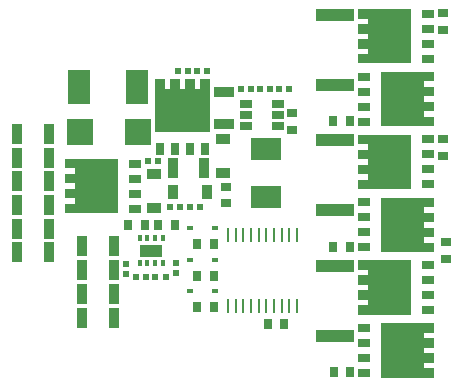
<source format=gtp>
G04*
G04 #@! TF.GenerationSoftware,Altium Limited,Altium Designer,23.8.1 (32)*
G04*
G04 Layer_Color=8421504*
%FSLAX44Y44*%
%MOMM*%
G71*
G04*
G04 #@! TF.SameCoordinates,050FA7AA-ABA3-4C18-851E-56E06D371AC9*
G04*
G04*
G04 #@! TF.FilePolarity,Positive*
G04*
G01*
G75*
%ADD14R,1.0000X0.8000*%
%ADD15R,1.2700X0.9400*%
%ADD16R,0.4700X0.5200*%
%ADD17R,2.1600X2.2600*%
%ADD18R,0.5900X0.4500*%
%ADD19R,0.9500X1.7000*%
%ADD20R,0.4000X0.5000*%
%ADD21R,1.9000X1.1000*%
%ADD22R,0.5200X0.4700*%
%ADD23R,0.7500X0.9000*%
%ADD24R,0.9000X0.7500*%
%ADD25O,0.2500X1.2000*%
%ADD26R,2.5000X1.8950*%
G04:AMPARAMS|DCode=27|XSize=1.1mm|YSize=0.6mm|CornerRadius=0.051mm|HoleSize=0mm|Usage=FLASHONLY|Rotation=180.000|XOffset=0mm|YOffset=0mm|HoleType=Round|Shape=RoundedRectangle|*
%AMROUNDEDRECTD27*
21,1,1.1000,0.4980,0,0,180.0*
21,1,0.9980,0.6000,0,0,180.0*
1,1,0.1020,-0.4990,0.2490*
1,1,0.1020,0.4990,0.2490*
1,1,0.1020,0.4990,-0.2490*
1,1,0.1020,-0.4990,-0.2490*
%
%ADD27ROUNDEDRECTD27*%
%ADD28R,1.7000X0.9500*%
%ADD29R,3.3000X1.0500*%
%ADD30R,0.8000X1.0000*%
%ADD31R,0.9400X1.2700*%
%ADD32R,1.9600X3.0000*%
G36*
X371100Y297010D02*
X326100D01*
Y304910D01*
X334600D01*
Y309610D01*
X326100D01*
Y317610D01*
X334600D01*
Y322310D01*
X326100D01*
Y330310D01*
X334600D01*
Y335010D01*
X326100D01*
Y343010D01*
X371100D01*
Y297010D01*
D02*
G37*
G36*
X200300Y238700D02*
X154300D01*
Y283700D01*
X162200D01*
Y275200D01*
X166900D01*
Y283700D01*
X174900D01*
Y275200D01*
X179600D01*
Y283700D01*
X187600D01*
Y275200D01*
X192300D01*
Y283700D01*
X200300D01*
Y238700D01*
D02*
G37*
G36*
X389900Y281900D02*
X381400D01*
Y277200D01*
X389900D01*
Y269200D01*
X381400D01*
Y264500D01*
X389900D01*
Y256500D01*
X381400D01*
Y251800D01*
X389900D01*
Y243800D01*
X344900D01*
Y289800D01*
X389900D01*
Y281900D01*
D02*
G37*
G36*
X371100Y190600D02*
X326100D01*
Y198500D01*
X334600D01*
Y203200D01*
X326100D01*
Y211200D01*
X334600D01*
Y215900D01*
X326100D01*
Y223900D01*
X334600D01*
Y228600D01*
X326100D01*
Y236600D01*
X371100D01*
Y190600D01*
D02*
G37*
G36*
X123000Y170200D02*
X78000D01*
Y178100D01*
X86500D01*
Y182800D01*
X78000D01*
Y190800D01*
X86500D01*
Y195500D01*
X78000D01*
Y203500D01*
X86500D01*
Y208200D01*
X78000D01*
Y216200D01*
X123000D01*
Y170200D01*
D02*
G37*
G36*
X389900Y175500D02*
X381400D01*
Y170800D01*
X389900D01*
Y162800D01*
X381400D01*
Y158100D01*
X389900D01*
Y150100D01*
X381400D01*
Y145400D01*
X389900D01*
Y137400D01*
X344900D01*
Y183400D01*
X389900D01*
Y175500D01*
D02*
G37*
G36*
X371100Y84200D02*
X326100D01*
Y92100D01*
X334600D01*
Y96800D01*
X326100D01*
Y104800D01*
X334600D01*
Y109500D01*
X326100D01*
Y117500D01*
X334600D01*
Y122200D01*
X326100D01*
Y130200D01*
X371100D01*
Y84200D01*
D02*
G37*
G36*
X389900Y69100D02*
X381400D01*
Y64400D01*
X389900D01*
Y56400D01*
X381400D01*
Y51700D01*
X389900D01*
Y43700D01*
X381400D01*
Y39000D01*
X389900D01*
Y31000D01*
X344900D01*
Y77000D01*
X389900D01*
Y69100D01*
D02*
G37*
D14*
X137000Y174200D02*
D03*
Y186900D02*
D03*
Y199600D02*
D03*
Y212300D02*
D03*
X385100Y339110D02*
D03*
Y326410D02*
D03*
Y313710D02*
D03*
Y301010D02*
D03*
Y232700D02*
D03*
Y220000D02*
D03*
Y207300D02*
D03*
Y194600D02*
D03*
Y126300D02*
D03*
Y113600D02*
D03*
Y100900D02*
D03*
Y88200D02*
D03*
X330900Y247700D02*
D03*
Y260400D02*
D03*
Y273100D02*
D03*
Y285800D02*
D03*
Y141300D02*
D03*
Y154000D02*
D03*
Y166700D02*
D03*
Y179400D02*
D03*
Y34900D02*
D03*
Y47600D02*
D03*
Y60300D02*
D03*
Y73000D02*
D03*
D15*
X153300Y174640D02*
D03*
X211600Y233160D02*
D03*
Y204200D02*
D03*
X153300Y203600D02*
D03*
D16*
X166300Y175100D02*
D03*
X162900Y115800D02*
D03*
X154300D02*
D03*
X146500D02*
D03*
X137900D02*
D03*
X259100Y275100D02*
D03*
X267700D02*
D03*
X235400D02*
D03*
X226800D02*
D03*
X251500D02*
D03*
X242900D02*
D03*
X156900Y214100D02*
D03*
X148300D02*
D03*
X173100Y290300D02*
D03*
X181700D02*
D03*
X189400D02*
D03*
X198000D02*
D03*
X183300Y175100D02*
D03*
X191900D02*
D03*
X174900D02*
D03*
D17*
X90500Y239300D02*
D03*
X139500D02*
D03*
D18*
X183700Y104200D02*
D03*
X204700D02*
D03*
Y157300D02*
D03*
X183700D02*
D03*
X204700Y130700D02*
D03*
X183700D02*
D03*
D19*
X92100Y81900D02*
D03*
X119100D02*
D03*
X63800Y137200D02*
D03*
X36800D02*
D03*
Y217200D02*
D03*
X63800D02*
D03*
X36800Y197200D02*
D03*
X63800D02*
D03*
X36800Y177200D02*
D03*
X63800D02*
D03*
X119100Y142100D02*
D03*
X92100D02*
D03*
X36800Y157200D02*
D03*
X63800D02*
D03*
X36800Y237200D02*
D03*
X63800Y237200D02*
D03*
X168800Y208100D02*
D03*
X195800D02*
D03*
X119100Y122000D02*
D03*
X92100D02*
D03*
X119100Y102000D02*
D03*
X92100Y102000D02*
D03*
D20*
X154000Y128000D02*
D03*
X160500Y149000D02*
D03*
X154000D02*
D03*
X147500D02*
D03*
X141000D02*
D03*
X160500Y128000D02*
D03*
X147500D02*
D03*
X141000D02*
D03*
D21*
X150750Y138500D02*
D03*
D22*
X129500Y127600D02*
D03*
Y119000D02*
D03*
X172000Y128000D02*
D03*
Y119400D02*
D03*
D23*
X145500Y160200D02*
D03*
X131500D02*
D03*
X170500D02*
D03*
X156500D02*
D03*
X319100Y35400D02*
D03*
X305100D02*
D03*
X318800Y248100D02*
D03*
X304800D02*
D03*
X319000Y141800D02*
D03*
X305000D02*
D03*
X189900Y90900D02*
D03*
X203900D02*
D03*
X249300Y76800D02*
D03*
X263300D02*
D03*
X203900Y117400D02*
D03*
X189900D02*
D03*
X203900Y144000D02*
D03*
X189900D02*
D03*
D24*
X400200Y131800D02*
D03*
Y145800D02*
D03*
X398000Y219000D02*
D03*
Y233000D02*
D03*
X397800Y339500D02*
D03*
Y325500D02*
D03*
X269700Y255100D02*
D03*
Y241100D02*
D03*
X214300Y178700D02*
D03*
Y192700D02*
D03*
D25*
X215750Y91600D02*
D03*
X222250D02*
D03*
X228750D02*
D03*
X235250D02*
D03*
X241750D02*
D03*
X248250D02*
D03*
X254750D02*
D03*
X261250D02*
D03*
X267750D02*
D03*
X274250D02*
D03*
X215750Y151600D02*
D03*
X222250D02*
D03*
X228750D02*
D03*
X235250D02*
D03*
X241750D02*
D03*
X248250D02*
D03*
X254750D02*
D03*
X261250D02*
D03*
X267750D02*
D03*
X274250D02*
D03*
D26*
X247700Y224600D02*
D03*
Y183700D02*
D03*
D27*
X230800Y243800D02*
D03*
Y253300D02*
D03*
Y262800D02*
D03*
X257800D02*
D03*
Y253300D02*
D03*
Y243800D02*
D03*
D28*
X212800Y273000D02*
D03*
Y246000D02*
D03*
D29*
X306200Y337800D02*
D03*
Y278800D02*
D03*
Y231800D02*
D03*
Y172800D02*
D03*
Y125400D02*
D03*
Y66400D02*
D03*
D30*
X196400Y224700D02*
D03*
X183700D02*
D03*
X171000D02*
D03*
X158300D02*
D03*
D31*
X168840Y188600D02*
D03*
X197800D02*
D03*
D32*
X89700Y276700D02*
D03*
X138800D02*
D03*
M02*

</source>
